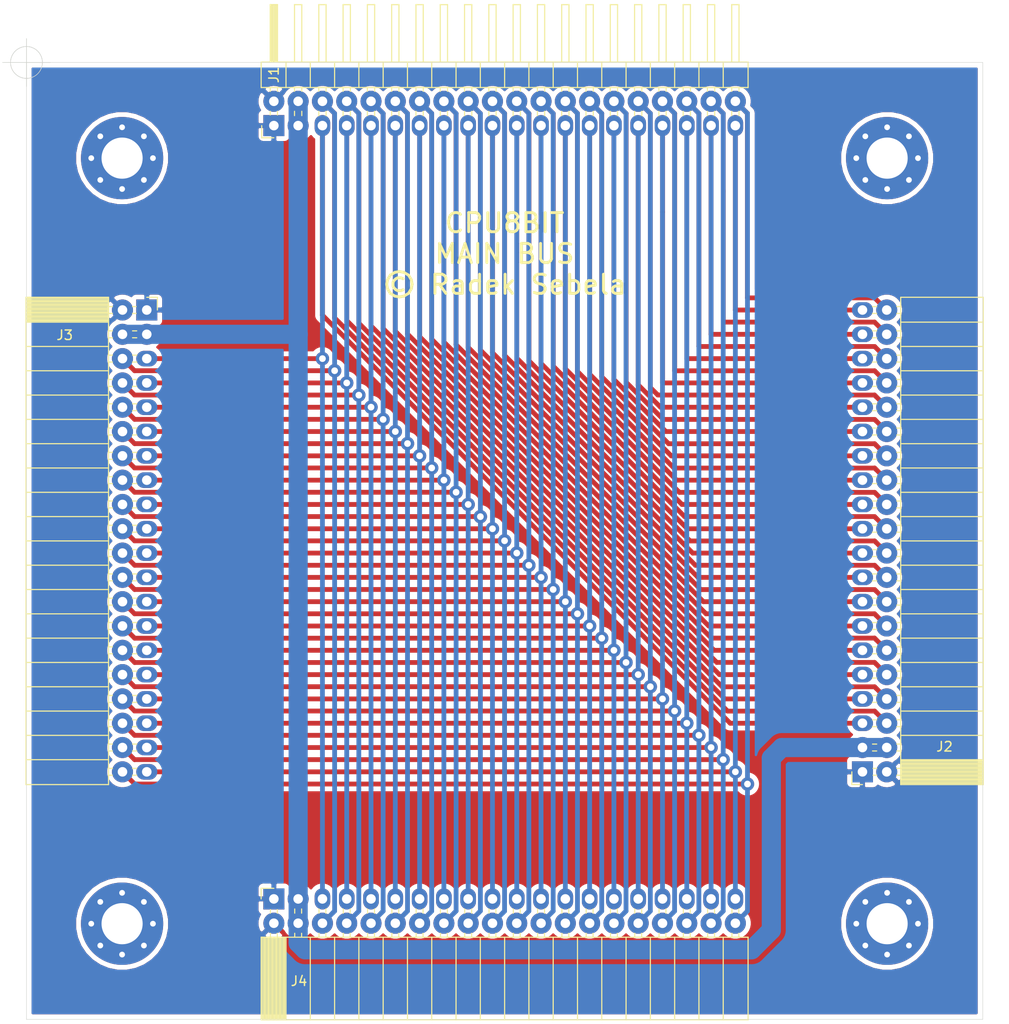
<source format=kicad_pcb>
(kicad_pcb (version 20171130) (host pcbnew "(5.1.5)-3")
  (title_block (title "CPU8BIT MAIN BUS") (rev 1.0) (company "Radek Sebela"))
  (layers (0 F.Cu signal) (31 B.Cu signal) (34 B.Paste user) (35 F.Paste user) (36 B.SilkS user) (37 F.SilkS user) (38 B.Mask user) (39 F.Mask user) (44 Edge.Cuts user))
  (net 0 "")
  (net 1 "Net-(J1-Pad3)")
  (net 2 "Net-(J1-Pad5)")
  (net 3 "Net-(J1-Pad6)")
  (net 4 "Net-(J1-Pad7)")
  (net 5 "Net-(J1-Pad8)")
  (net 6 "Net-(J1-Pad9)")
  (net 7 "Net-(J1-Pad10)")
  (net 8 "Net-(J1-Pad11)")
  (net 9 "Net-(J1-Pad12)")
  (net 10 "Net-(J1-Pad13)")
  (net 11 "Net-(J1-Pad14)")
  (net 12 "Net-(J1-Pad15)")
  (net 13 "Net-(J1-Pad16)")
  (net 14 "Net-(J1-Pad17)")
  (net 15 "Net-(J1-Pad18)")
  (net 16 "Net-(J1-Pad19)")
  (net 17 "Net-(J1-Pad20)")
  (net 18 "Net-(J1-Pad21)")
  (net 19 "Net-(J1-Pad22)")
  (net 20 "Net-(J1-Pad23)")
  (net 21 "Net-(J1-Pad24)")
  (net 22 "Net-(J1-Pad25)")
  (net 23 "Net-(J1-Pad26)")
  (net 24 "Net-(J1-Pad27)")
  (net 25 "Net-(J1-Pad28)")
  (net 26 "Net-(J1-Pad29)")
  (net 27 "Net-(J1-Pad30)")
  (net 28 "Net-(J1-Pad31)")
  (net 29 "Net-(J1-Pad32)")
  (net 30 "Net-(J1-Pad33)")
  (net 31 "Net-(J1-Pad34)")
  (net 32 "Net-(J1-Pad35)")
  (net 33 "Net-(J1-Pad36)")
  (net 34 "Net-(J1-Pad37)")
  (net 35 "Net-(J1-Pad38)")
  (net 36 "Net-(J1-Pad39)")
  (net 37 "Net-(J1-Pad40)")
  (net 38 GND)
  (module MountingHole:MountingHole_4.3mm_M4_Pad_Via (layer F.Cu) (at 190 140)
    (fp_text reference REF** hide)
    (fp_text value MountingHole_4.3mm_M4_Pad_Via)
    (pad 1 thru_hole circle (at 0 0) (size 8.6 8.6) (drill 4.3) (layers *.Cu *.Mask))
    (pad 1 thru_hole circle (at 3.225 0) (size 0.9 0.9) (drill 0.6) (layers *.Cu *.Mask))
    (pad 1 thru_hole circle (at 2.280419 2.280419) (size 0.9 0.9) (drill 0.6) (layers *.Cu *.Mask))
    (pad 1 thru_hole circle (at 0 3.225) (size 0.9 0.9) (drill 0.6) (layers *.Cu *.Mask))
    (pad 1 thru_hole circle (at -2.280419 2.280419) (size 0.9 0.9) (drill 0.6) (layers *.Cu *.Mask))
    (pad 1 thru_hole circle (at -3.225 0) (size 0.9 0.9) (drill 0.6) (layers *.Cu *.Mask))
    (pad 1 thru_hole circle (at -2.280419 -2.280419) (size 0.9 0.9) (drill 0.6) (layers *.Cu *.Mask))
    (pad 1 thru_hole circle (at 0 -3.225) (size 0.9 0.9) (drill 0.6) (layers *.Cu *.Mask))
    (pad 1 thru_hole circle (at 2.280419 -2.280419) (size 0.9 0.9) (drill 0.6) (layers *.Cu *.Mask))
  )
  (module MountingHole:MountingHole_4.3mm_M4_Pad_Via (layer F.Cu) (at 190 60)
    (fp_text reference REF** hide)
    (fp_text value MountingHole_4.3mm_M4_Pad_Via)
    (pad 1 thru_hole circle (at 0 0) (size 8.6 8.6) (drill 4.3) (layers *.Cu *.Mask))
    (pad 1 thru_hole circle (at 3.225 0) (size 0.9 0.9) (drill 0.6) (layers *.Cu *.Mask))
    (pad 1 thru_hole circle (at 2.280419 2.280419) (size 0.9 0.9) (drill 0.6) (layers *.Cu *.Mask))
    (pad 1 thru_hole circle (at 0 3.225) (size 0.9 0.9) (drill 0.6) (layers *.Cu *.Mask))
    (pad 1 thru_hole circle (at -2.280419 2.280419) (size 0.9 0.9) (drill 0.6) (layers *.Cu *.Mask))
    (pad 1 thru_hole circle (at -3.225 0) (size 0.9 0.9) (drill 0.6) (layers *.Cu *.Mask))
    (pad 1 thru_hole circle (at -2.280419 -2.280419) (size 0.9 0.9) (drill 0.6) (layers *.Cu *.Mask))
    (pad 1 thru_hole circle (at 0 -3.225) (size 0.9 0.9) (drill 0.6) (layers *.Cu *.Mask))
    (pad 1 thru_hole circle (at 2.280419 -2.280419) (size 0.9 0.9) (drill 0.6) (layers *.Cu *.Mask))
  )
  (module MountingHole:MountingHole_4.3mm_M4_Pad_Via (layer F.Cu) (at 110 140)
    (fp_text reference REF** hide)
    (fp_text value MountingHole_4.3mm_M4_Pad_Via)
    (pad 1 thru_hole circle (at 2.280419 -2.280419) (size 0.9 0.9) (drill 0.6) (layers *.Cu *.Mask))
    (pad 1 thru_hole circle (at 0 -3.225) (size 0.9 0.9) (drill 0.6) (layers *.Cu *.Mask))
    (pad 1 thru_hole circle (at -2.280419 -2.280419) (size 0.9 0.9) (drill 0.6) (layers *.Cu *.Mask))
    (pad 1 thru_hole circle (at -3.225 0) (size 0.9 0.9) (drill 0.6) (layers *.Cu *.Mask))
    (pad 1 thru_hole circle (at -2.280419 2.280419) (size 0.9 0.9) (drill 0.6) (layers *.Cu *.Mask))
    (pad 1 thru_hole circle (at 0 3.225) (size 0.9 0.9) (drill 0.6) (layers *.Cu *.Mask))
    (pad 1 thru_hole circle (at 2.280419 2.280419) (size 0.9 0.9) (drill 0.6) (layers *.Cu *.Mask))
    (pad 1 thru_hole circle (at 3.225 0) (size 0.9 0.9) (drill 0.6) (layers *.Cu *.Mask))
    (pad 1 thru_hole circle (at 0 0) (size 8.6 8.6) (drill 4.3) (layers *.Cu *.Mask))
  )
  (module MountingHole:MountingHole_4.3mm_M4_Pad_Via (layer F.Cu) (at 110 60)
    (fp_text reference REF** hide)
    (fp_text value MountingHole_4.3mm_M4_Pad_Via)
    (pad 1 thru_hole circle (at 0 0) (size 8.6 8.6) (drill 4.3) (layers *.Cu *.Mask))
    (pad 1 thru_hole circle (at 3.225 0) (size 0.9 0.9) (drill 0.6) (layers *.Cu *.Mask))
    (pad 1 thru_hole circle (at 2.280419 2.280419) (size 0.9 0.9) (drill 0.6) (layers *.Cu *.Mask))
    (pad 1 thru_hole circle (at 0 3.225) (size 0.9 0.9) (drill 0.6) (layers *.Cu *.Mask))
    (pad 1 thru_hole circle (at -2.280419 2.280419) (size 0.9 0.9) (drill 0.6) (layers *.Cu *.Mask))
    (pad 1 thru_hole circle (at -3.225 0) (size 0.9 0.9) (drill 0.6) (layers *.Cu *.Mask))
    (pad 1 thru_hole circle (at -2.280419 -2.280419) (size 0.9 0.9) (drill 0.6) (layers *.Cu *.Mask))
    (pad 1 thru_hole circle (at 0 -3.225) (size 0.9 0.9) (drill 0.6) (layers *.Cu *.Mask))
    (pad 1 thru_hole circle (at 2.280419 -2.280419) (size 0.9 0.9) (drill 0.6) (layers *.Cu *.Mask))
  )
  (module Connector_PinHeader_2.54mm:PinHeader_2x20_P2.54mm_Horizontal (layer F.Cu) (at 125.87 56.6 90)
    (fp_text reference J1 (at 5.3 0 90) (layer F.SilkS))
    (fp_text value Conn_02x20_Odd_Even)
    (pad 40 thru_hole circle (at 2.54 48.26 90) (size 2.2 2.2) (drill 1) (layers *.Cu *.Mask) (net 37 "Net-(J1-Pad40)"))
    (pad 39 thru_hole oval (at 0 48.26 90) (size 2.2 1.63) (drill 1) (layers *.Cu *.Mask) (net 36 "Net-(J1-Pad39)"))
    (pad 38 thru_hole circle (at 2.54 45.72 90) (size 2.2 2.2) (drill 1) (layers *.Cu *.Mask) (net 35 "Net-(J1-Pad38)"))
    (pad 37 thru_hole oval (at 0 45.72 90) (size 2.2 1.63) (drill 1) (layers *.Cu *.Mask) (net 34 "Net-(J1-Pad37)"))
    (pad 36 thru_hole circle (at 2.54 43.18 90) (size 2.2 2.2) (drill 1) (layers *.Cu *.Mask) (net 33 "Net-(J1-Pad36)"))
    (pad 35 thru_hole oval (at 0 43.18 90) (size 2.2 1.63) (drill 1) (layers *.Cu *.Mask) (net 32 "Net-(J1-Pad35)"))
    (pad 34 thru_hole circle (at 2.54 40.64 90) (size 2.2 2.2) (drill 1) (layers *.Cu *.Mask) (net 31 "Net-(J1-Pad34)"))
    (pad 33 thru_hole oval (at 0 40.64 90) (size 2.2 1.63) (drill 1) (layers *.Cu *.Mask) (net 30 "Net-(J1-Pad33)"))
    (pad 32 thru_hole circle (at 2.54 38.1 90) (size 2.2 2.2) (drill 1) (layers *.Cu *.Mask) (net 29 "Net-(J1-Pad32)"))
    (pad 31 thru_hole oval (at 0 38.1 90) (size 2.2 1.63) (drill 1) (layers *.Cu *.Mask) (net 28 "Net-(J1-Pad31)"))
    (pad 30 thru_hole circle (at 2.54 35.56 90) (size 2.2 2.2) (drill 1) (layers *.Cu *.Mask) (net 27 "Net-(J1-Pad30)"))
    (pad 29 thru_hole oval (at 0 35.56 90) (size 2.2 1.63) (drill 1) (layers *.Cu *.Mask) (net 26 "Net-(J1-Pad29)"))
    (pad 28 thru_hole circle (at 2.54 33.02 90) (size 2.2 2.2) (drill 1) (layers *.Cu *.Mask) (net 25 "Net-(J1-Pad28)"))
    (pad 27 thru_hole oval (at 0 33.02 90) (size 2.2 1.63) (drill 1) (layers *.Cu *.Mask) (net 24 "Net-(J1-Pad27)"))
    (pad 26 thru_hole circle (at 2.54 30.48 90) (size 2.2 2.2) (drill 1) (layers *.Cu *.Mask) (net 23 "Net-(J1-Pad26)"))
    (pad 25 thru_hole oval (at 0 30.48 90) (size 2.2 1.63) (drill 1) (layers *.Cu *.Mask) (net 22 "Net-(J1-Pad25)"))
    (pad 24 thru_hole circle (at 2.54 27.94 90) (size 2.2 2.2) (drill 1) (layers *.Cu *.Mask) (net 21 "Net-(J1-Pad24)"))
    (pad 23 thru_hole oval (at 0 27.94 90) (size 2.2 1.63) (drill 1) (layers *.Cu *.Mask) (net 20 "Net-(J1-Pad23)"))
    (pad 22 thru_hole circle (at 2.54 25.4 90) (size 2.2 2.2) (drill 1) (layers *.Cu *.Mask) (net 19 "Net-(J1-Pad22)"))
    (pad 21 thru_hole oval (at 0 25.4 90) (size 2.2 1.63) (drill 1) (layers *.Cu *.Mask) (net 18 "Net-(J1-Pad21)"))
    (pad 20 thru_hole circle (at 2.54 22.86 90) (size 2.2 2.2) (drill 1) (layers *.Cu *.Mask) (net 17 "Net-(J1-Pad20)"))
    (pad 19 thru_hole oval (at 0 22.86 90) (size 2.2 1.63) (drill 1) (layers *.Cu *.Mask) (net 16 "Net-(J1-Pad19)"))
    (pad 18 thru_hole circle (at 2.54 20.32 90) (size 2.2 2.2) (drill 1) (layers *.Cu *.Mask) (net 15 "Net-(J1-Pad18)"))
    (pad 17 thru_hole oval (at 0 20.32 90) (size 2.2 1.63) (drill 1) (layers *.Cu *.Mask) (net 14 "Net-(J1-Pad17)"))
    (pad 16 thru_hole circle (at 2.54 17.78 90) (size 2.2 2.2) (drill 1) (layers *.Cu *.Mask) (net 13 "Net-(J1-Pad16)"))
    (pad 15 thru_hole oval (at 0 17.78 90) (size 2.2 1.63) (drill 1) (layers *.Cu *.Mask) (net 12 "Net-(J1-Pad15)"))
    (pad 14 thru_hole circle (at 2.54 15.24 90) (size 2.2 2.2) (drill 1) (layers *.Cu *.Mask) (net 11 "Net-(J1-Pad14)"))
    (pad 13 thru_hole oval (at 0 15.24 90) (size 2.2 1.63) (drill 1) (layers *.Cu *.Mask) (net 10 "Net-(J1-Pad13)"))
    (pad 12 thru_hole circle (at 2.54 12.7 90) (size 2.2 2.2) (drill 1) (layers *.Cu *.Mask) (net 9 "Net-(J1-Pad12)"))
    (pad 11 thru_hole oval (at 0 12.7 90) (size 2.2 1.63) (drill 1) (layers *.Cu *.Mask) (net 8 "Net-(J1-Pad11)"))
    (pad 10 thru_hole circle (at 2.54 10.16 90) (size 2.2 2.2) (drill 1) (layers *.Cu *.Mask) (net 7 "Net-(J1-Pad10)"))
    (pad 9 thru_hole oval (at 0 10.16 90) (size 2.2 1.63) (drill 1) (layers *.Cu *.Mask) (net 6 "Net-(J1-Pad9)"))
    (pad 8 thru_hole circle (at 2.54 7.62 90) (size 2.2 2.2) (drill 1) (layers *.Cu *.Mask) (net 5 "Net-(J1-Pad8)"))
    (pad 7 thru_hole oval (at 0 7.62 90) (size 2.2 1.63) (drill 1) (layers *.Cu *.Mask) (net 4 "Net-(J1-Pad7)"))
    (pad 6 thru_hole circle (at 2.54 5.08 90) (size 2.2 2.2) (drill 1) (layers *.Cu *.Mask) (net 3 "Net-(J1-Pad6)"))
    (pad 5 thru_hole oval (at 0 5.08 90) (size 2.2 1.63) (drill 1) (layers *.Cu *.Mask) (net 2 "Net-(J1-Pad5)"))
    (pad 4 thru_hole circle (at 2.54 2.54 90) (size 2.2 2.2) (drill 1) (layers *.Cu *.Mask) (net 1 "Net-(J1-Pad3)"))
    (pad 3 thru_hole circle (at 0 2.54 90) (size 2.2 2.2) (drill 1) (layers *.Cu *.Mask) (net 1 "Net-(J1-Pad3)"))
    (pad 2 thru_hole circle (at 2.54 0 90) (size 2.2 2.2) (drill oval 1) (layers *.Cu *.Mask) (net 38 GND))
    (pad 1 thru_hole rect (at 0 0 90) (size 2.2 2.2) (drill 1) (layers *.Cu *.Mask) (net 38 GND))
  )
  (module Connector_PinSocket_2.54mm:PinSocket_2x20_P2.54mm_Horizontal (layer F.Cu) (at 187.42 124.13 180)
    (fp_text reference J2 (at -8.58 2.63) (layer F.SilkS))
    (fp_text value Conn_02x20_Odd_Even)
    (pad 1 thru_hole rect (at 0 0 180) (size 2.2 2.2) (drill 1) (layers *.Cu *.Mask) (net 38 GND))
    (pad 2 thru_hole circle (at -2.54 0 180) (size 2.2 2.2) (drill 1) (layers *.Cu *.Mask) (net 38 GND))
    (pad 3 thru_hole circle (at 0 2.54 180) (size 2.2 2.2) (drill 1) (layers *.Cu *.Mask) (net 1 "Net-(J1-Pad3)"))
    (pad 4 thru_hole circle (at -2.54 2.54 180) (size 2.2 2.2) (drill 1) (layers *.Cu *.Mask) (net 1 "Net-(J1-Pad3)"))
    (pad 5 thru_hole oval (at 0 5.08 180) (size 2.2 1.63) (drill 1) (layers *.Cu *.Mask) (net 2 "Net-(J1-Pad5)"))
    (pad 6 thru_hole circle (at -2.54 5.08 180) (size 2.2 2.2) (drill 1) (layers *.Cu *.Mask) (net 3 "Net-(J1-Pad6)"))
    (pad 7 thru_hole oval (at 0 7.62 180) (size 2.2 1.63) (drill 1) (layers *.Cu *.Mask) (net 4 "Net-(J1-Pad7)"))
    (pad 8 thru_hole circle (at -2.54 7.62 180) (size 2.2 2.2) (drill 1) (layers *.Cu *.Mask) (net 5 "Net-(J1-Pad8)"))
    (pad 9 thru_hole oval (at 0 10.16 180) (size 2.2 1.63) (drill 1) (layers *.Cu *.Mask) (net 6 "Net-(J1-Pad9)"))
    (pad 10 thru_hole circle (at -2.54 10.16 180) (size 2.2 2.2) (drill 1) (layers *.Cu *.Mask) (net 7 "Net-(J1-Pad10)"))
    (pad 11 thru_hole oval (at 0 12.7 180) (size 2.2 1.63) (drill 1) (layers *.Cu *.Mask) (net 8 "Net-(J1-Pad11)"))
    (pad 12 thru_hole circle (at -2.54 12.7 180) (size 2.2 2.2) (drill 1) (layers *.Cu *.Mask) (net 9 "Net-(J1-Pad12)"))
    (pad 13 thru_hole oval (at 0 15.24 180) (size 2.2 1.63) (drill 1) (layers *.Cu *.Mask) (net 10 "Net-(J1-Pad13)"))
    (pad 14 thru_hole circle (at -2.54 15.24 180) (size 2.2 2.2) (drill 1) (layers *.Cu *.Mask) (net 11 "Net-(J1-Pad14)"))
    (pad 15 thru_hole oval (at 0 17.78 180) (size 2.2 1.63) (drill 1) (layers *.Cu *.Mask) (net 12 "Net-(J1-Pad15)"))
    (pad 16 thru_hole circle (at -2.54 17.78 180) (size 2.2 2.2) (drill 1) (layers *.Cu *.Mask) (net 13 "Net-(J1-Pad16)"))
    (pad 17 thru_hole oval (at 0 20.32 180) (size 2.2 1.63) (drill 1) (layers *.Cu *.Mask) (net 14 "Net-(J1-Pad17)"))
    (pad 18 thru_hole circle (at -2.54 20.32 180) (size 2.2 2.2) (drill 1) (layers *.Cu *.Mask) (net 15 "Net-(J1-Pad18)"))
    (pad 19 thru_hole oval (at 0 22.86 180) (size 2.2 1.63) (drill 1) (layers *.Cu *.Mask) (net 16 "Net-(J1-Pad19)"))
    (pad 20 thru_hole circle (at -2.54 22.86 180) (size 2.2 2.2) (drill 1) (layers *.Cu *.Mask) (net 17 "Net-(J1-Pad20)"))
    (pad 21 thru_hole oval (at 0 25.4 180) (size 2.2 1.63) (drill 1) (layers *.Cu *.Mask) (net 18 "Net-(J1-Pad21)"))
    (pad 22 thru_hole circle (at -2.54 25.4 180) (size 2.2 2.2) (drill 1) (layers *.Cu *.Mask) (net 19 "Net-(J1-Pad22)"))
    (pad 23 thru_hole oval (at 0 27.94 180) (size 2.2 1.63) (drill 1) (layers *.Cu *.Mask) (net 20 "Net-(J1-Pad23)"))
    (pad 24 thru_hole circle (at -2.54 27.94 180) (size 2.2 2.2) (drill 1) (layers *.Cu *.Mask) (net 21 "Net-(J1-Pad24)"))
    (pad 25 thru_hole oval (at 0 30.48 180) (size 2.2 1.63) (drill 1) (layers *.Cu *.Mask) (net 22 "Net-(J1-Pad25)"))
    (pad 26 thru_hole circle (at -2.54 30.48 180) (size 2.2 2.2) (drill 1) (layers *.Cu *.Mask) (net 23 "Net-(J1-Pad26)"))
    (pad 27 thru_hole oval (at 0 33.02 180) (size 2.2 1.63) (drill 1) (layers *.Cu *.Mask) (net 24 "Net-(J1-Pad27)"))
    (pad 28 thru_hole circle (at -2.54 33.02 180) (size 2.2 2.2) (drill 1) (layers *.Cu *.Mask) (net 25 "Net-(J1-Pad28)"))
    (pad 29 thru_hole oval (at 0 35.56 180) (size 2.2 1.63) (drill 1) (layers *.Cu *.Mask) (net 26 "Net-(J1-Pad29)"))
    (pad 30 thru_hole circle (at -2.54 35.56 180) (size 2.2 2.2) (drill 1) (layers *.Cu *.Mask) (net 27 "Net-(J1-Pad30)"))
    (pad 31 thru_hole oval (at 0 38.1 180) (size 2.2 1.63) (drill 1) (layers *.Cu *.Mask) (net 28 "Net-(J1-Pad31)"))
    (pad 32 thru_hole circle (at -2.54 38.1 180) (size 2.2 2.2) (drill 1) (layers *.Cu *.Mask) (net 29 "Net-(J1-Pad32)"))
    (pad 33 thru_hole oval (at 0 40.64 180) (size 2.2 1.63) (drill 1) (layers *.Cu *.Mask) (net 30 "Net-(J1-Pad33)"))
    (pad 34 thru_hole circle (at -2.54 40.64 180) (size 2.2 2.2) (drill 1) (layers *.Cu *.Mask) (net 31 "Net-(J1-Pad34)"))
    (pad 35 thru_hole oval (at 0 43.18 180) (size 2.2 1.63) (drill 1) (layers *.Cu *.Mask) (net 32 "Net-(J1-Pad35)"))
    (pad 36 thru_hole circle (at -2.54 43.18 180) (size 2.2 2.2) (drill 1) (layers *.Cu *.Mask) (net 33 "Net-(J1-Pad36)"))
    (pad 37 thru_hole oval (at 0 45.72 180) (size 2.2 1.63) (drill 1) (layers *.Cu *.Mask) (net 34 "Net-(J1-Pad37)"))
    (pad 38 thru_hole circle (at -2.54 45.72 180) (size 2.2 2.2) (drill 1) (layers *.Cu *.Mask) (net 35 "Net-(J1-Pad38)"))
    (pad 39 thru_hole oval (at 0 48.26 180) (size 2.2 1.63) (drill 1) (layers *.Cu *.Mask) (net 36 "Net-(J1-Pad39)"))
    (pad 40 thru_hole circle (at -2.54 48.26 180) (size 2.2 2.2) (drill 1) (layers *.Cu *.Mask) (net 37 "Net-(J1-Pad40)"))
  )
  (module Connector_PinSocket_2.54mm:PinSocket_2x20_P2.54mm_Horizontal (layer F.Cu) (at 112.58 75.87)
    (fp_text reference J3 (at -8.58 2.63) (layer F.SilkS))
    (fp_text value Conn_02x20_Odd_Even)
    (pad 40 thru_hole circle (at -2.54 48.26) (size 2.2 2.2) (drill 1) (layers *.Cu *.Mask) (net 37 "Net-(J1-Pad40)"))
    (pad 39 thru_hole oval (at 0 48.26) (size 2.2 1.63) (drill 1) (layers *.Cu *.Mask) (net 36 "Net-(J1-Pad39)"))
    (pad 38 thru_hole circle (at -2.54 45.72) (size 2.2 2.2) (drill 1) (layers *.Cu *.Mask) (net 35 "Net-(J1-Pad38)"))
    (pad 37 thru_hole oval (at 0 45.72) (size 2.2 1.63) (drill 1) (layers *.Cu *.Mask) (net 34 "Net-(J1-Pad37)"))
    (pad 36 thru_hole circle (at -2.54 43.18) (size 2.2 2.2) (drill 1) (layers *.Cu *.Mask) (net 33 "Net-(J1-Pad36)"))
    (pad 35 thru_hole oval (at 0 43.18) (size 2.2 1.63) (drill 1) (layers *.Cu *.Mask) (net 32 "Net-(J1-Pad35)"))
    (pad 34 thru_hole circle (at -2.54 40.64) (size 2.2 2.2) (drill 1) (layers *.Cu *.Mask) (net 31 "Net-(J1-Pad34)"))
    (pad 33 thru_hole oval (at 0 40.64) (size 2.2 1.63) (drill 1) (layers *.Cu *.Mask) (net 30 "Net-(J1-Pad33)"))
    (pad 32 thru_hole circle (at -2.54 38.1) (size 2.2 2.2) (drill 1) (layers *.Cu *.Mask) (net 29 "Net-(J1-Pad32)"))
    (pad 31 thru_hole oval (at 0 38.1) (size 2.2 1.63) (drill 1) (layers *.Cu *.Mask) (net 28 "Net-(J1-Pad31)"))
    (pad 30 thru_hole circle (at -2.54 35.56) (size 2.2 2.2) (drill 1) (layers *.Cu *.Mask) (net 27 "Net-(J1-Pad30)"))
    (pad 29 thru_hole oval (at 0 35.56) (size 2.2 1.63) (drill 1) (layers *.Cu *.Mask) (net 26 "Net-(J1-Pad29)"))
    (pad 28 thru_hole circle (at -2.54 33.02) (size 2.2 2.2) (drill 1) (layers *.Cu *.Mask) (net 25 "Net-(J1-Pad28)"))
    (pad 27 thru_hole oval (at 0 33.02) (size 2.2 1.63) (drill 1) (layers *.Cu *.Mask) (net 24 "Net-(J1-Pad27)"))
    (pad 26 thru_hole circle (at -2.54 30.48) (size 2.2 2.2) (drill 1) (layers *.Cu *.Mask) (net 23 "Net-(J1-Pad26)"))
    (pad 25 thru_hole oval (at 0 30.48) (size 2.2 1.63) (drill 1) (layers *.Cu *.Mask) (net 22 "Net-(J1-Pad25)"))
    (pad 24 thru_hole circle (at -2.54 27.94) (size 2.2 2.2) (drill 1) (layers *.Cu *.Mask) (net 21 "Net-(J1-Pad24)"))
    (pad 23 thru_hole oval (at 0 27.94) (size 2.2 1.63) (drill 1) (layers *.Cu *.Mask) (net 20 "Net-(J1-Pad23)"))
    (pad 22 thru_hole circle (at -2.54 25.4) (size 2.2 2.2) (drill 1) (layers *.Cu *.Mask) (net 19 "Net-(J1-Pad22)"))
    (pad 21 thru_hole oval (at 0 25.4) (size 2.2 1.63) (drill 1) (layers *.Cu *.Mask) (net 18 "Net-(J1-Pad21)"))
    (pad 20 thru_hole circle (at -2.54 22.86) (size 2.2 2.2) (drill 1) (layers *.Cu *.Mask) (net 17 "Net-(J1-Pad20)"))
    (pad 19 thru_hole oval (at 0 22.86) (size 2.2 1.63) (drill 1) (layers *.Cu *.Mask) (net 16 "Net-(J1-Pad19)"))
    (pad 18 thru_hole circle (at -2.54 20.32) (size 2.2 2.2) (drill 1) (layers *.Cu *.Mask) (net 15 "Net-(J1-Pad18)"))
    (pad 17 thru_hole oval (at 0 20.32) (size 2.2 1.63) (drill 1) (layers *.Cu *.Mask) (net 14 "Net-(J1-Pad17)"))
    (pad 16 thru_hole circle (at -2.54 17.78) (size 2.2 2.2) (drill 1) (layers *.Cu *.Mask) (net 13 "Net-(J1-Pad16)"))
    (pad 15 thru_hole oval (at 0 17.78) (size 2.2 1.63) (drill 1) (layers *.Cu *.Mask) (net 12 "Net-(J1-Pad15)"))
    (pad 14 thru_hole circle (at -2.54 15.24) (size 2.2 2.2) (drill 1) (layers *.Cu *.Mask) (net 11 "Net-(J1-Pad14)"))
    (pad 13 thru_hole oval (at 0 15.24) (size 2.2 1.63) (drill 1) (layers *.Cu *.Mask) (net 10 "Net-(J1-Pad13)"))
    (pad 12 thru_hole circle (at -2.54 12.7) (size 2.2 2.2) (drill 1) (layers *.Cu *.Mask) (net 9 "Net-(J1-Pad12)"))
    (pad 11 thru_hole oval (at 0 12.7) (size 2.2 1.63) (drill 1) (layers *.Cu *.Mask) (net 8 "Net-(J1-Pad11)"))
    (pad 10 thru_hole circle (at -2.54 10.16) (size 2.2 2.2) (drill 1) (layers *.Cu *.Mask) (net 7 "Net-(J1-Pad10)"))
    (pad 9 thru_hole oval (at 0 10.16) (size 2.2 1.63) (drill 1) (layers *.Cu *.Mask) (net 6 "Net-(J1-Pad9)"))
    (pad 8 thru_hole circle (at -2.54 7.62) (size 2.2 2.2) (drill 1) (layers *.Cu *.Mask) (net 5 "Net-(J1-Pad8)"))
    (pad 7 thru_hole oval (at 0 7.62) (size 2.2 1.63) (drill 1) (layers *.Cu *.Mask) (net 4 "Net-(J1-Pad7)"))
    (pad 6 thru_hole circle (at -2.54 5.08) (size 2.2 2.2) (drill 1) (layers *.Cu *.Mask) (net 3 "Net-(J1-Pad6)"))
    (pad 5 thru_hole oval (at 0 5.08) (size 2.2 1.63) (drill 1) (layers *.Cu *.Mask) (net 2 "Net-(J1-Pad5)"))
    (pad 4 thru_hole circle (at -2.54 2.54) (size 2.2 2.2) (drill 1) (layers *.Cu *.Mask) (net 1 "Net-(J1-Pad3)"))
    (pad 3 thru_hole circle (at 0 2.54) (size 2.2 2.2) (drill 1) (layers *.Cu *.Mask) (net 1 "Net-(J1-Pad3)"))
    (pad 2 thru_hole circle (at -2.54 0) (size 2.2 2.2) (drill 1) (layers *.Cu *.Mask) (net 38 GND))
    (pad 1 thru_hole rect (at 0 0) (size 2.2 2.2) (drill 1) (layers *.Cu *.Mask) (net 38 GND))
  )
  (module Connector_PinSocket_2.54mm:PinSocket_2x20_P2.54mm_Horizontal (layer F.Cu) (at 125.87 137.41 90)
    (fp_text reference J4 (at -8.59 2.63) (layer F.SilkS))
    (fp_text value Conn_02x20_Odd_Even)
    (pad 1 thru_hole rect (at 0 0 90) (size 2.2 2.2) (drill 1) (layers *.Cu *.Mask) (net 38 GND))
    (pad 2 thru_hole circle (at -2.54 0 90) (size 2.2 2.2) (drill 1) (layers *.Cu *.Mask) (net 38 GND))
    (pad 3 thru_hole circle (at 0 2.54 90) (size 2.2 2.2) (drill 1) (layers *.Cu *.Mask) (net 1 "Net-(J1-Pad3)"))
    (pad 4 thru_hole circle (at -2.54 2.54 90) (size 2.2 2.2) (drill 1) (layers *.Cu *.Mask) (net 1 "Net-(J1-Pad3)"))
    (pad 5 thru_hole oval (at 0 5.08 90) (size 2.2 1.63) (drill 1) (layers *.Cu *.Mask) (net 2 "Net-(J1-Pad5)"))
    (pad 6 thru_hole circle (at -2.54 5.08 90) (size 2.2 2.2) (drill 1) (layers *.Cu *.Mask) (net 3 "Net-(J1-Pad6)"))
    (pad 7 thru_hole oval (at 0 7.62 90) (size 2.2 1.63) (drill 1) (layers *.Cu *.Mask) (net 4 "Net-(J1-Pad7)"))
    (pad 8 thru_hole circle (at -2.54 7.62 90) (size 2.2 2.2) (drill 1) (layers *.Cu *.Mask) (net 5 "Net-(J1-Pad8)"))
    (pad 9 thru_hole oval (at 0 10.16 90) (size 2.2 1.63) (drill 1) (layers *.Cu *.Mask) (net 6 "Net-(J1-Pad9)"))
    (pad 10 thru_hole circle (at -2.54 10.16 90) (size 2.2 2.2) (drill 1) (layers *.Cu *.Mask) (net 7 "Net-(J1-Pad10)"))
    (pad 11 thru_hole oval (at 0 12.7 90) (size 2.2 1.63) (drill 1) (layers *.Cu *.Mask) (net 8 "Net-(J1-Pad11)"))
    (pad 12 thru_hole circle (at -2.54 12.7 90) (size 2.2 2.2) (drill 1) (layers *.Cu *.Mask) (net 9 "Net-(J1-Pad12)"))
    (pad 13 thru_hole oval (at 0 15.24 90) (size 2.2 1.63) (drill 1) (layers *.Cu *.Mask) (net 10 "Net-(J1-Pad13)"))
    (pad 14 thru_hole circle (at -2.54 15.24 90) (size 2.2 2.2) (drill 1) (layers *.Cu *.Mask) (net 11 "Net-(J1-Pad14)"))
    (pad 15 thru_hole oval (at 0 17.78 90) (size 2.2 1.63) (drill 1) (layers *.Cu *.Mask) (net 12 "Net-(J1-Pad15)"))
    (pad 16 thru_hole circle (at -2.54 17.78 90) (size 2.2 2.2) (drill 1) (layers *.Cu *.Mask) (net 13 "Net-(J1-Pad16)"))
    (pad 17 thru_hole oval (at 0 20.32 90) (size 2.2 1.63) (drill 1) (layers *.Cu *.Mask) (net 14 "Net-(J1-Pad17)"))
    (pad 18 thru_hole circle (at -2.54 20.32 90) (size 2.2 2.2) (drill 1) (layers *.Cu *.Mask) (net 15 "Net-(J1-Pad18)"))
    (pad 19 thru_hole oval (at 0 22.86 90) (size 2.2 1.63) (drill 1) (layers *.Cu *.Mask) (net 16 "Net-(J1-Pad19)"))
    (pad 20 thru_hole circle (at -2.54 22.86 90) (size 2.2 2.2) (drill 1) (layers *.Cu *.Mask) (net 17 "Net-(J1-Pad20)"))
    (pad 21 thru_hole oval (at 0 25.4 90) (size 2.2 1.63) (drill 1) (layers *.Cu *.Mask) (net 18 "Net-(J1-Pad21)"))
    (pad 22 thru_hole circle (at -2.54 25.4 90) (size 2.2 2.2) (drill 1) (layers *.Cu *.Mask) (net 19 "Net-(J1-Pad22)"))
    (pad 23 thru_hole oval (at 0 27.94 90) (size 2.2 1.63) (drill 1) (layers *.Cu *.Mask) (net 20 "Net-(J1-Pad23)"))
    (pad 24 thru_hole circle (at -2.54 27.94 90) (size 2.2 2.2) (drill 1) (layers *.Cu *.Mask) (net 21 "Net-(J1-Pad24)"))
    (pad 25 thru_hole oval (at 0 30.48 90) (size 2.2 1.63) (drill 1) (layers *.Cu *.Mask) (net 22 "Net-(J1-Pad25)"))
    (pad 26 thru_hole circle (at -2.54 30.48 90) (size 2.2 2.2) (drill 1) (layers *.Cu *.Mask) (net 23 "Net-(J1-Pad26)"))
    (pad 27 thru_hole oval (at 0 33.02 90) (size 2.2 1.63) (drill 1) (layers *.Cu *.Mask) (net 24 "Net-(J1-Pad27)"))
    (pad 28 thru_hole circle (at -2.54 33.02 90) (size 2.2 2.2) (drill 1) (layers *.Cu *.Mask) (net 25 "Net-(J1-Pad28)"))
    (pad 29 thru_hole oval (at 0 35.56 90) (size 2.2 1.63) (drill 1) (layers *.Cu *.Mask) (net 26 "Net-(J1-Pad29)"))
    (pad 30 thru_hole circle (at -2.54 35.56 90) (size 2.2 2.2) (drill 1) (layers *.Cu *.Mask) (net 27 "Net-(J1-Pad30)"))
    (pad 31 thru_hole oval (at 0 38.1 90) (size 2.2 1.63) (drill 1) (layers *.Cu *.Mask) (net 28 "Net-(J1-Pad31)"))
    (pad 32 thru_hole circle (at -2.54 38.1 90) (size 2.2 2.2) (drill 1) (layers *.Cu *.Mask) (net 29 "Net-(J1-Pad32)"))
    (pad 33 thru_hole oval (at 0 40.64 90) (size 2.2 1.63) (drill 1) (layers *.Cu *.Mask) (net 30 "Net-(J1-Pad33)"))
    (pad 34 thru_hole circle (at -2.54 40.64 90) (size 2.2 2.2) (drill 1) (layers *.Cu *.Mask) (net 31 "Net-(J1-Pad34)"))
    (pad 35 thru_hole oval (at 0 43.18 90) (size 2.2 1.63) (drill 1) (layers *.Cu *.Mask) (net 32 "Net-(J1-Pad35)"))
    (pad 36 thru_hole circle (at -2.54 43.18 90) (size 2.2 2.2) (drill 1) (layers *.Cu *.Mask) (net 33 "Net-(J1-Pad36)"))
    (pad 37 thru_hole oval (at 0 45.72 90) (size 2.2 1.63) (drill 1) (layers *.Cu *.Mask) (net 34 "Net-(J1-Pad37)"))
    (pad 38 thru_hole circle (at -2.54 45.72 90) (size 2.2 2.2) (drill 1) (layers *.Cu *.Mask) (net 35 "Net-(J1-Pad38)"))
    (pad 39 thru_hole oval (at 0 48.26 90) (size 2.2 1.63) (drill 1) (layers *.Cu *.Mask) (net 36 "Net-(J1-Pad39)"))
    (pad 40 thru_hole circle (at -2.54 48.26 90) (size 2.2 2.2) (drill 1) (layers *.Cu *.Mask) (net 37 "Net-(J1-Pad40)"))
  )
  (gr_text "CPU8BIT\nMAIN BUS\n© Radek Sebela" (at 150 70) (layer F.SilkS) (effects (font (size 2 2) (thickness 0.3))))
  (target plus (at 100 50) (size 5) (width 0.05) (layer Edge.Cuts))
  (target plus (at 100 50) (size 5) (width 0.05) (layer Edge.Cuts))
  (gr_line (start 100 150) (end 100 50) (layer Edge.Cuts) (width 0.05))
  (gr_line (start 200 150) (end 100 150) (layer Edge.Cuts) (width 0.05))
  (gr_line (start 200 50) (end 200 150) (layer Edge.Cuts) (width 0.05))
  (gr_line (start 100 50) (end 200 50) (layer Edge.Cuts) (width 0.05))
  (segment (start 128.41 54.06) (end 128.41 56.6) (width 2) (layer B.Cu) (net 1))
  (segment (start 128.41 137.41) (end 128.41 139.95) (width 2) (layer B.Cu) (net 1))
  (segment (start 128.41 139.95) (end 128.41 142.01) (width 2) (layer B.Cu) (net 1))
  (segment (start 128.41 142.01) (end 129.12 142.72) (width 2) (layer B.Cu) (net 1))
  (segment (start 129.12 142.72) (end 175.84 142.72) (width 2) (layer B.Cu) (net 1))
  (segment (start 175.84 142.72) (end 177.89 140.67) (width 2) (layer B.Cu) (net 1))
  (segment (start 177.89 140.67) (end 177.89 122.69) (width 2) (layer B.Cu) (net 1))
  (segment (start 178.99 121.59) (end 187.42 121.59) (width 2) (layer B.Cu) (net 1))
  (segment (start 177.89 122.69) (end 178.99 121.59) (width 2) (layer B.Cu) (net 1))
  (segment (start 187.42 121.59) (end 189.96 121.59) (width 2) (layer B.Cu) (net 1))
  (segment (start 112.58 78.41) (end 128.41 78.41) (width 2) (layer B.Cu) (net 1))
  (segment (start 128.41 56.6) (end 128.41 78.41) (width 2) (layer B.Cu) (net 1))
  (segment (start 128.41 78.41) (end 128.41 137.41) (width 2) (layer B.Cu) (net 1))
  (segment (start 110.04 78.41) (end 112.58 78.41) (width 2) (layer B.Cu) (net 1))
  (segment (start 130.95 56.6) (end 130.95 80.95) (width 0.5) (layer B.Cu) (net 2))
  (segment (start 130.95 80.95) (end 130.95 137.41) (width 0.5) (layer B.Cu) (net 2))
  (segment (start 187.42 119.05) (end 173.59 119.05) (width 0.5) (layer F.Cu) (net 2))
  (segment (start 130.95 76.41) (end 130.95 56.6) (width 0.5) (layer F.Cu) (net 2))
  (segment (start 173.59 119.05) (end 130.95 76.41) (width 0.5) (layer F.Cu) (net 2))
  (via (at 130.95 80.95) (size 1.4) (drill 0.7) (layers F.Cu B.Cu) (net 2))
  (segment (start 112.58 80.95) (end 130.95 80.95) (width 0.5) (layer F.Cu) (net 2))
  (segment (start 132.049999 138.850001) (end 130.95 139.95) (width 0.5) (layer B.Cu) (net 3))
  (segment (start 132.22499 138.67501) (end 132.049999 138.850001) (width 0.5) (layer B.Cu) (net 3))
  (segment (start 130.95 54.06) (end 132.22499 55.33499) (width 0.5) (layer B.Cu) (net 3))
  (segment (start 132.22499 55.33499) (end 132.22499 82.21501) (width 0.5) (layer B.Cu) (net 3))
  (segment (start 132.22499 82.21501) (end 132.22499 138.67501) (width 0.5) (layer B.Cu) (net 3))
  (segment (start 132.21501 55.32501) (end 132.21501 76.685048) (width 0.5) (layer F.Cu) (net 3))
  (segment (start 130.95 54.06) (end 132.21501 55.32501) (width 0.5) (layer F.Cu) (net 3))
  (segment (start 188.860001 117.950001) (end 189.96 119.05) (width 0.5) (layer F.Cu) (net 3))
  (segment (start 173.314952 117.78499) (end 188.69499 117.78499) (width 0.5) (layer F.Cu) (net 3))
  (segment (start 188.69499 117.78499) (end 188.860001 117.950001) (width 0.5) (layer F.Cu) (net 3))
  (segment (start 132.21501 76.685048) (end 173.314952 117.78499) (width 0.5) (layer F.Cu) (net 3))
  (via (at 132.22499 82.21501) (size 1.4) (drill 0.7) (layers F.Cu B.Cu) (net 3))
  (segment (start 110.04 80.95) (end 111.30501 82.21501) (width 0.5) (layer F.Cu) (net 3))
  (segment (start 111.30501 82.21501) (end 132.22499 82.21501) (width 0.5) (layer F.Cu) (net 3))
  (segment (start 133.49 56.6) (end 133.49 83.49) (width 0.5) (layer B.Cu) (net 4))
  (segment (start 133.49 83.49) (end 133.49 137.41) (width 0.5) (layer B.Cu) (net 4))
  (segment (start 187.42 116.51) (end 173.029924 116.51) (width 0.5) (layer F.Cu) (net 4))
  (segment (start 133.49 76.970076) (end 133.49 56.6) (width 0.5) (layer F.Cu) (net 4))
  (segment (start 173.029924 116.51) (end 133.49 76.970076) (width 0.5) (layer F.Cu) (net 4))
  (via (at 133.49 83.49) (size 1.4) (drill 0.7) (layers F.Cu B.Cu) (net 4))
  (segment (start 112.58 83.49) (end 133.49 83.49) (width 0.5) (layer F.Cu) (net 4))
  (segment (start 134.589999 138.850001) (end 133.49 139.95) (width 0.5) (layer B.Cu) (net 5))
  (segment (start 134.75501 138.68499) (end 134.589999 138.850001) (width 0.5) (layer B.Cu) (net 5))
  (segment (start 133.49 54.06) (end 134.75501 55.32501) (width 0.5) (layer B.Cu) (net 5))
  (segment (start 134.75501 84.76501) (end 134.75501 138.68499) (width 0.5) (layer B.Cu) (net 5))
  (segment (start 134.75501 55.32501) (end 134.75501 84.76501) (width 0.5) (layer B.Cu) (net 5))
  (segment (start 134.76499 55.33499) (end 134.76499 77.255104) (width 0.5) (layer F.Cu) (net 5))
  (segment (start 133.49 54.06) (end 134.76499 55.33499) (width 0.5) (layer F.Cu) (net 5))
  (segment (start 188.860001 115.410001) (end 189.96 116.51) (width 0.5) (layer F.Cu) (net 5))
  (segment (start 188.69499 115.24499) (end 188.860001 115.410001) (width 0.5) (layer F.Cu) (net 5))
  (segment (start 172.754876 115.24499) (end 188.69499 115.24499) (width 0.5) (layer F.Cu) (net 5))
  (segment (start 134.76499 77.255104) (end 172.754876 115.24499) (width 0.5) (layer F.Cu) (net 5))
  (via (at 134.75501 84.76501) (size 1.4) (drill 0.7) (layers F.Cu B.Cu) (net 5))
  (segment (start 134.74501 84.75501) (end 134.75501 84.76501) (width 0.5) (layer F.Cu) (net 5))
  (segment (start 111.30501 84.75501) (end 134.74501 84.75501) (width 0.5) (layer F.Cu) (net 5))
  (segment (start 110.04 83.49) (end 111.30501 84.75501) (width 0.5) (layer F.Cu) (net 5))
  (segment (start 136.03 56.6) (end 136.03 58.2) (width 0.5) (layer B.Cu) (net 6))
  (segment (start 136.03 58.2) (end 136.03 86.02) (width 0.5) (layer B.Cu) (net 6))
  (segment (start 136.03 86.02) (end 136.03 137.41) (width 0.5) (layer B.Cu) (net 6))
  (segment (start 136.03 56.6) (end 136.03 77.530152) (width 0.5) (layer F.Cu) (net 6))
  (segment (start 172.469848 113.97) (end 187.42 113.97) (width 0.5) (layer F.Cu) (net 6))
  (segment (start 136.03 77.530152) (end 172.469848 113.97) (width 0.5) (layer F.Cu) (net 6))
  (via (at 136.03 86.02) (size 1.4) (drill 0.7) (layers F.Cu B.Cu) (net 6))
  (segment (start 112.58 86.03) (end 136.02 86.03) (width 0.5) (layer F.Cu) (net 6))
  (segment (start 136.02 86.03) (end 136.03 86.02) (width 0.5) (layer F.Cu) (net 6))
  (segment (start 137.129999 138.850001) (end 136.03 139.95) (width 0.5) (layer B.Cu) (net 7))
  (segment (start 137.29501 138.68499) (end 137.129999 138.850001) (width 0.5) (layer B.Cu) (net 7))
  (segment (start 136.03 54.06) (end 137.29501 55.32501) (width 0.5) (layer B.Cu) (net 7))
  (segment (start 137.29501 87.30501) (end 137.29501 138.68499) (width 0.5) (layer B.Cu) (net 7))
  (segment (start 137.29501 55.32501) (end 137.29501 87.30501) (width 0.5) (layer B.Cu) (net 7))
  (segment (start 137.29501 55.32501) (end 137.29501 77.8052) (width 0.5) (layer F.Cu) (net 7))
  (segment (start 136.03 54.06) (end 137.29501 55.32501) (width 0.5) (layer F.Cu) (net 7))
  (segment (start 188.860001 112.870001) (end 189.96 113.97) (width 0.5) (layer F.Cu) (net 7))
  (segment (start 188.68501 112.69501) (end 188.860001 112.870001) (width 0.5) (layer F.Cu) (net 7))
  (segment (start 172.18482 112.69501) (end 188.68501 112.69501) (width 0.5) (layer F.Cu) (net 7))
  (segment (start 137.29501 77.8052) (end 172.18482 112.69501) (width 0.5) (layer F.Cu) (net 7))
  (via (at 137.29501 87.30501) (size 1.4) (drill 0.7) (layers F.Cu B.Cu) (net 7))
  (segment (start 137.28501 87.29501) (end 137.29501 87.30501) (width 0.5) (layer F.Cu) (net 7))
  (segment (start 111.30501 87.29501) (end 137.28501 87.29501) (width 0.5) (layer F.Cu) (net 7))
  (segment (start 110.04 86.03) (end 111.30501 87.29501) (width 0.5) (layer F.Cu) (net 7))
  (segment (start 138.57 56.6) (end 138.57 78.090228) (width 0.5) (layer F.Cu) (net 8))
  (segment (start 171.909772 111.43) (end 187.42 111.43) (width 0.5) (layer F.Cu) (net 8))
  (segment (start 138.57 78.090228) (end 171.909772 111.43) (width 0.5) (layer F.Cu) (net 8))
  (via (at 138.57 88.57) (size 1.4) (drill 0.7) (layers F.Cu B.Cu) (net 8))
  (segment (start 112.58 88.57) (end 138.57 88.57) (width 0.5) (layer F.Cu) (net 8))
  (segment (start 138.57 56.6) (end 138.57 88.57) (width 0.5) (layer B.Cu) (net 8))
  (segment (start 138.57 88.57) (end 138.57 137.41) (width 0.5) (layer B.Cu) (net 8))
  (segment (start 139.669999 138.850001) (end 138.57 139.95) (width 0.5) (layer B.Cu) (net 9))
  (segment (start 139.84499 138.67501) (end 139.669999 138.850001) (width 0.5) (layer B.Cu) (net 9))
  (segment (start 138.57 54.06) (end 139.84499 55.33499) (width 0.5) (layer B.Cu) (net 9))
  (segment (start 139.84499 55.33499) (end 139.84499 89.82501) (width 0.5) (layer B.Cu) (net 9))
  (segment (start 139.84499 89.82501) (end 139.84499 138.67501) (width 0.5) (layer B.Cu) (net 9))
  (segment (start 139.84499 55.33499) (end 139.84499 78.375256) (width 0.5) (layer F.Cu) (net 9))
  (segment (start 138.57 54.06) (end 139.84499 55.33499) (width 0.5) (layer F.Cu) (net 9))
  (segment (start 188.860001 110.330001) (end 189.96 111.43) (width 0.5) (layer F.Cu) (net 9))
  (segment (start 171.624744 110.15501) (end 188.68501 110.15501) (width 0.5) (layer F.Cu) (net 9))
  (segment (start 188.68501 110.15501) (end 188.860001 110.330001) (width 0.5) (layer F.Cu) (net 9))
  (segment (start 139.84499 78.375256) (end 171.624744 110.15501) (width 0.5) (layer F.Cu) (net 9))
  (segment (start 139.83499 89.83501) (end 139.84499 89.82501) (width 0.5) (layer F.Cu) (net 9))
  (via (at 139.84499 89.82501) (size 1.4) (drill 0.7) (layers F.Cu B.Cu) (net 9))
  (segment (start 111.30501 89.83501) (end 139.83499 89.83501) (width 0.5) (layer F.Cu) (net 9))
  (segment (start 110.04 88.57) (end 111.30501 89.83501) (width 0.5) (layer F.Cu) (net 9))
  (segment (start 141.11 56.6) (end 141.11 91.11) (width 0.5) (layer B.Cu) (net 10))
  (segment (start 141.11 91.11) (end 141.11 137.41) (width 0.5) (layer B.Cu) (net 10))
  (segment (start 141.11 56.6) (end 141.11 78.650304) (width 0.5) (layer F.Cu) (net 10))
  (segment (start 171.349696 108.89) (end 187.42 108.89) (width 0.5) (layer F.Cu) (net 10))
  (segment (start 141.11 78.650304) (end 171.349696 108.89) (width 0.5) (layer F.Cu) (net 10))
  (segment (start 112.865 91.11) (end 112.897675 91.142675) (width 0.5) (layer F.Cu) (net 10))
  (segment (start 112.58 91.11) (end 112.865 91.11) (width 0.5) (layer F.Cu) (net 10))
  (via (at 141.11 91.11) (size 1.4) (drill 0.7) (layers F.Cu B.Cu) (net 10))
  (segment (start 112.58 91.11) (end 141.11 91.11) (width 0.5) (layer F.Cu) (net 10))
  (segment (start 142.209999 138.850001) (end 141.11 139.95) (width 0.5) (layer B.Cu) (net 11))
  (segment (start 142.37501 138.68499) (end 142.209999 138.850001) (width 0.5) (layer B.Cu) (net 11))
  (segment (start 141.11 54.06) (end 142.37501 55.32501) (width 0.5) (layer B.Cu) (net 11))
  (segment (start 142.37501 92.37499) (end 142.37501 138.68499) (width 0.5) (layer B.Cu) (net 11))
  (segment (start 142.37501 55.32501) (end 142.37501 92.37499) (width 0.5) (layer B.Cu) (net 11))
  (segment (start 142.37501 55.32501) (end 142.37501 78.925352) (width 0.5) (layer F.Cu) (net 11))
  (segment (start 141.11 54.06) (end 142.37501 55.32501) (width 0.5) (layer F.Cu) (net 11))
  (segment (start 188.860001 107.790001) (end 189.96 108.89) (width 0.5) (layer F.Cu) (net 11))
  (segment (start 188.68501 107.61501) (end 188.860001 107.790001) (width 0.5) (layer F.Cu) (net 11))
  (segment (start 171.064668 107.61501) (end 188.68501 107.61501) (width 0.5) (layer F.Cu) (net 11))
  (segment (start 142.37501 78.925352) (end 171.064668 107.61501) (width 0.5) (layer F.Cu) (net 11))
  (via (at 142.37501 92.37499) (size 1.4) (drill 0.7) (layers F.Cu B.Cu) (net 11))
  (segment (start 111.30501 92.37501) (end 142.37499 92.37501) (width 0.5) (layer F.Cu) (net 11))
  (segment (start 142.37499 92.37501) (end 142.37501 92.37499) (width 0.5) (layer F.Cu) (net 11))
  (segment (start 110.04 91.11) (end 111.30501 92.37501) (width 0.5) (layer F.Cu) (net 11))
  (segment (start 143.65 56.6) (end 143.65 93.65) (width 0.5) (layer B.Cu) (net 12))
  (segment (start 143.65 93.65) (end 143.65 137.41) (width 0.5) (layer B.Cu) (net 12))
  (segment (start 143.65 56.6) (end 143.65 79.21038) (width 0.5) (layer F.Cu) (net 12))
  (segment (start 170.78962 106.35) (end 187.42 106.35) (width 0.5) (layer F.Cu) (net 12))
  (segment (start 143.65 79.21038) (end 170.78962 106.35) (width 0.5) (layer F.Cu) (net 12))
  (via (at 143.65 93.65) (size 1.4) (drill 0.7) (layers F.Cu B.Cu) (net 12))
  (segment (start 112.58 93.65) (end 143.65 93.65) (width 0.5) (layer F.Cu) (net 12))
  (segment (start 144.749999 138.850001) (end 143.65 139.95) (width 0.5) (layer B.Cu) (net 13))
  (segment (start 144.92499 138.67501) (end 144.749999 138.850001) (width 0.5) (layer B.Cu) (net 13))
  (segment (start 143.65 54.06) (end 144.92499 55.33499) (width 0.5) (layer B.Cu) (net 13))
  (segment (start 144.92499 55.33499) (end 144.92499 94.91501) (width 0.5) (layer B.Cu) (net 13))
  (segment (start 144.92499 94.91501) (end 144.92499 138.67501) (width 0.5) (layer B.Cu) (net 13))
  (segment (start 144.91501 55.32501) (end 144.91501 79.485428) (width 0.5) (layer F.Cu) (net 13))
  (segment (start 143.65 54.06) (end 144.91501 55.32501) (width 0.5) (layer F.Cu) (net 13))
  (segment (start 188.860001 105.250001) (end 189.96 106.35) (width 0.5) (layer F.Cu) (net 13))
  (segment (start 188.69499 105.08499) (end 188.860001 105.250001) (width 0.5) (layer F.Cu) (net 13))
  (segment (start 170.514572 105.08499) (end 188.69499 105.08499) (width 0.5) (layer F.Cu) (net 13))
  (segment (start 144.91501 79.485428) (end 170.514572 105.08499) (width 0.5) (layer F.Cu) (net 13))
  (segment (start 110.04 93.65) (end 111.30501 94.91501) (width 0.5) (layer F.Cu) (net 13))
  (via (at 144.92499 94.91501) (size 1.4) (drill 0.7) (layers F.Cu B.Cu) (net 13))
  (segment (start 111.30501 94.91501) (end 144.92499 94.91501) (width 0.5) (layer F.Cu) (net 13))
  (segment (start 146.19 56.6) (end 146.19 79.770456) (width 0.5) (layer F.Cu) (net 14))
  (segment (start 170.229544 103.81) (end 187.42 103.81) (width 0.5) (layer F.Cu) (net 14))
  (segment (start 146.19 79.770456) (end 170.229544 103.81) (width 0.5) (layer F.Cu) (net 14))
  (via (at 146.19 96.19) (size 1.4) (drill 0.7) (layers F.Cu B.Cu) (net 14))
  (segment (start 112.58 96.19) (end 146.19 96.19) (width 0.5) (layer F.Cu) (net 14))
  (segment (start 146.19 56.6) (end 146.19 96.19) (width 0.5) (layer B.Cu) (net 14))
  (segment (start 146.19 96.19) (end 146.19 137.41) (width 0.5) (layer B.Cu) (net 14))
  (segment (start 147.289999 138.850001) (end 146.19 139.95) (width 0.5) (layer B.Cu) (net 15))
  (segment (start 147.46499 138.67501) (end 147.289999 138.850001) (width 0.5) (layer B.Cu) (net 15))
  (segment (start 146.19 54.06) (end 147.46499 55.33499) (width 0.5) (layer B.Cu) (net 15))
  (segment (start 147.45501 55.32501) (end 147.45501 80.045504) (width 0.5) (layer F.Cu) (net 15))
  (segment (start 146.19 54.06) (end 147.45501 55.32501) (width 0.5) (layer F.Cu) (net 15))
  (segment (start 188.860001 102.710001) (end 189.96 103.81) (width 0.5) (layer F.Cu) (net 15))
  (segment (start 169.954496 102.54499) (end 188.69499 102.54499) (width 0.5) (layer F.Cu) (net 15))
  (segment (start 188.69499 102.54499) (end 188.860001 102.710001) (width 0.5) (layer F.Cu) (net 15))
  (segment (start 147.45501 80.045504) (end 169.954496 102.54499) (width 0.5) (layer F.Cu) (net 15))
  (via (at 147.46499 97.46501) (size 1.4) (drill 0.7) (layers F.Cu B.Cu) (net 15))
  (segment (start 147.46499 97.46501) (end 147.46499 138.67501) (width 0.5) (layer B.Cu) (net 15))
  (segment (start 147.46499 55.33499) (end 147.46499 97.46501) (width 0.5) (layer B.Cu) (net 15))
  (segment (start 111.30501 97.45501) (end 147.45499 97.45501) (width 0.5) (layer F.Cu) (net 15))
  (segment (start 110.04 96.19) (end 111.30501 97.45501) (width 0.5) (layer F.Cu) (net 15))
  (segment (start 147.45499 97.45501) (end 147.46499 97.46501) (width 0.5) (layer F.Cu) (net 15))
  (segment (start 148.73 56.6) (end 148.73 57.802081) (width 0.5) (layer B.Cu) (net 16))
  (segment (start 148.73 56.6) (end 148.73 80.330532) (width 0.5) (layer F.Cu) (net 16))
  (segment (start 169.669468 101.27) (end 187.42 101.27) (width 0.5) (layer F.Cu) (net 16))
  (segment (start 148.73 80.330532) (end 169.669468 101.27) (width 0.5) (layer F.Cu) (net 16))
  (via (at 148.73 98.73) (size 1.4) (drill 0.7) (layers F.Cu B.Cu) (net 16))
  (segment (start 112.58 98.73) (end 148.73 98.73) (width 0.5) (layer F.Cu) (net 16))
  (segment (start 148.73 57.802081) (end 148.73 98.73) (width 0.5) (layer B.Cu) (net 16))
  (segment (start 148.73 98.73) (end 148.73 137.41) (width 0.5) (layer B.Cu) (net 16))
  (segment (start 149.829999 138.850001) (end 148.73 139.95) (width 0.5) (layer B.Cu) (net 17))
  (segment (start 149.99501 138.68499) (end 149.829999 138.850001) (width 0.5) (layer B.Cu) (net 17))
  (segment (start 148.73 54.06) (end 149.99501 55.32501) (width 0.5) (layer B.Cu) (net 17))
  (segment (start 150.00499 55.33499) (end 150.00499 80.61556) (width 0.5) (layer F.Cu) (net 17))
  (segment (start 148.73 54.06) (end 150.00499 55.33499) (width 0.5) (layer F.Cu) (net 17))
  (segment (start 188.860001 100.170001) (end 189.96 101.27) (width 0.5) (layer F.Cu) (net 17))
  (segment (start 188.69499 100.00499) (end 188.860001 100.170001) (width 0.5) (layer F.Cu) (net 17))
  (segment (start 169.39442 100.00499) (end 188.69499 100.00499) (width 0.5) (layer F.Cu) (net 17))
  (segment (start 150.00499 80.61556) (end 169.39442 100.00499) (width 0.5) (layer F.Cu) (net 17))
  (via (at 149.99501 99.98501) (size 1.4) (drill 0.7) (layers F.Cu B.Cu) (net 17))
  (segment (start 110.04 98.73) (end 111.30501 99.99501) (width 0.5) (layer F.Cu) (net 17))
  (segment (start 111.30501 99.99501) (end 149.98501 99.99501) (width 0.5) (layer F.Cu) (net 17))
  (segment (start 149.99501 99.98501) (end 149.99501 138.68499) (width 0.5) (layer B.Cu) (net 17))
  (segment (start 149.99501 55.32501) (end 149.99501 99.98501) (width 0.5) (layer B.Cu) (net 17))
  (segment (start 149.98501 99.99501) (end 149.99501 99.98501) (width 0.5) (layer F.Cu) (net 17))
  (segment (start 151.27 56.6) (end 151.27 80.890608) (width 0.5) (layer F.Cu) (net 18))
  (segment (start 169.109392 98.73) (end 187.42 98.73) (width 0.5) (layer F.Cu) (net 18))
  (segment (start 151.27 80.890608) (end 169.109392 98.73) (width 0.5) (layer F.Cu) (net 18))
  (segment (start 151.27 56.6) (end 151.27 101.27) (width 0.5) (layer B.Cu) (net 18))
  (via (at 151.27 101.27) (size 1.4) (drill 0.7) (layers F.Cu B.Cu) (net 18))
  (segment (start 112.58 101.27) (end 151.27 101.27) (width 0.5) (layer F.Cu) (net 18))
  (segment (start 151.27 101.27) (end 151.27 137.41) (width 0.5) (layer B.Cu) (net 18))
  (segment (start 152.53501 138.68499) (end 152.369999 138.850001) (width 0.5) (layer B.Cu) (net 19))
  (segment (start 152.369999 138.850001) (end 151.27 139.95) (width 0.5) (layer B.Cu) (net 19))
  (segment (start 151.27 54.06) (end 152.53501 55.32501) (width 0.5) (layer B.Cu) (net 19))
  (segment (start 152.54499 55.33499) (end 152.54499 81.175636) (width 0.5) (layer F.Cu) (net 19))
  (segment (start 151.27 54.06) (end 152.54499 55.33499) (width 0.5) (layer F.Cu) (net 19))
  (segment (start 188.860001 97.630001) (end 189.96 98.73) (width 0.5) (layer F.Cu) (net 19))
  (segment (start 188.68501 97.45501) (end 188.860001 97.630001) (width 0.5) (layer F.Cu) (net 19))
  (segment (start 168.824364 97.45501) (end 188.68501 97.45501) (width 0.5) (layer F.Cu) (net 19))
  (segment (start 152.54499 81.175636) (end 168.824364 97.45501) (width 0.5) (layer F.Cu) (net 19))
  (segment (start 111.31499 102.54499) (end 152.53501 102.54499) (width 0.5) (layer F.Cu) (net 19))
  (segment (start 110.04 101.27) (end 111.31499 102.54499) (width 0.5) (layer F.Cu) (net 19))
  (via (at 152.53501 102.54499) (size 1.4) (drill 0.7) (layers F.Cu B.Cu) (net 19))
  (segment (start 152.53501 55.32501) (end 152.53501 102.54499) (width 0.5) (layer B.Cu) (net 19))
  (segment (start 152.53501 102.54499) (end 152.53501 138.68499) (width 0.5) (layer B.Cu) (net 19))
  (segment (start 153.81 56.6) (end 153.81 57.802081) (width 0.5) (layer B.Cu) (net 20))
  (segment (start 153.81 56.6) (end 153.81 81.450684) (width 0.5) (layer F.Cu) (net 20))
  (segment (start 168.549316 96.19) (end 187.42 96.19) (width 0.5) (layer F.Cu) (net 20))
  (segment (start 153.81 81.450684) (end 168.549316 96.19) (width 0.5) (layer F.Cu) (net 20))
  (segment (start 112.58 103.81) (end 153.81 103.81) (width 0.5) (layer F.Cu) (net 20))
  (segment (start 153.81 57.802081) (end 153.81 103.81) (width 0.5) (layer B.Cu) (net 20))
  (via (at 153.81 103.81) (size 1.4) (drill 0.7) (layers F.Cu B.Cu) (net 20))
  (segment (start 153.81 103.81) (end 153.81 137.41) (width 0.5) (layer B.Cu) (net 20))
  (segment (start 154.909999 138.850001) (end 153.81 139.95) (width 0.5) (layer B.Cu) (net 21))
  (segment (start 155.07501 138.68499) (end 154.909999 138.850001) (width 0.5) (layer B.Cu) (net 21))
  (segment (start 153.81 54.06) (end 155.07501 55.32501) (width 0.5) (layer B.Cu) (net 21))
  (segment (start 155.08499 55.33499) (end 155.08499 81.735712) (width 0.5) (layer F.Cu) (net 21))
  (segment (start 153.81 54.06) (end 155.08499 55.33499) (width 0.5) (layer F.Cu) (net 21))
  (segment (start 188.860001 95.090001) (end 189.96 96.19) (width 0.5) (layer F.Cu) (net 21))
  (segment (start 168.274268 94.92499) (end 188.69499 94.92499) (width 0.5) (layer F.Cu) (net 21))
  (segment (start 188.69499 94.92499) (end 188.860001 95.090001) (width 0.5) (layer F.Cu) (net 21))
  (segment (start 155.08499 81.735712) (end 168.274268 94.92499) (width 0.5) (layer F.Cu) (net 21))
  (segment (start 111.30501 105.07501) (end 155.07501 105.07501) (width 0.5) (layer F.Cu) (net 21))
  (segment (start 110.04 103.81) (end 111.30501 105.07501) (width 0.5) (layer F.Cu) (net 21))
  (segment (start 155.07501 55.32501) (end 155.07501 105.07501) (width 0.5) (layer B.Cu) (net 21))
  (via (at 155.07501 105.07501) (size 1.4) (drill 0.7) (layers F.Cu B.Cu) (net 21))
  (segment (start 155.07501 105.07501) (end 155.07501 138.68499) (width 0.5) (layer B.Cu) (net 21))
  (segment (start 156.35 56.6) (end 156.35 82.01076) (width 0.5) (layer F.Cu) (net 22))
  (segment (start 167.98924 93.65) (end 187.42 93.65) (width 0.5) (layer F.Cu) (net 22))
  (segment (start 156.35 82.01076) (end 167.98924 93.65) (width 0.5) (layer F.Cu) (net 22))
  (via (at 156.35 106.35) (size 1.4) (drill 0.7) (layers F.Cu B.Cu) (net 22))
  (segment (start 112.58 106.35) (end 156.35 106.35) (width 0.5) (layer F.Cu) (net 22))
  (segment (start 156.35 56.6) (end 156.35 106.35) (width 0.5) (layer B.Cu) (net 22))
  (segment (start 156.35 106.35) (end 156.35 137.41) (width 0.5) (layer B.Cu) (net 22))
  (segment (start 157.61501 138.68499) (end 157.449999 138.850001) (width 0.5) (layer B.Cu) (net 23))
  (segment (start 157.449999 138.850001) (end 156.35 139.95) (width 0.5) (layer B.Cu) (net 23))
  (segment (start 156.35 54.06) (end 157.61501 55.32501) (width 0.5) (layer B.Cu) (net 23))
  (segment (start 157.61501 55.32501) (end 157.61501 82.285808) (width 0.5) (layer F.Cu) (net 23))
  (segment (start 156.35 54.06) (end 157.61501 55.32501) (width 0.5) (layer F.Cu) (net 23))
  (segment (start 188.860001 92.550001) (end 189.96 93.65) (width 0.5) (layer F.Cu) (net 23))
  (segment (start 188.69499 92.38499) (end 188.860001 92.550001) (width 0.5) (layer F.Cu) (net 23))
  (segment (start 167.714192 92.38499) (end 188.69499 92.38499) (width 0.5) (layer F.Cu) (net 23))
  (segment (start 157.61501 82.285808) (end 167.714192 92.38499) (width 0.5) (layer F.Cu) (net 23))
  (segment (start 111.30501 107.61501) (end 157.61501 107.61501) (width 0.5) (layer F.Cu) (net 23))
  (segment (start 110.04 106.35) (end 111.30501 107.61501) (width 0.5) (layer F.Cu) (net 23))
  (segment (start 157.61501 55.32501) (end 157.61501 107.61501) (width 0.5) (layer B.Cu) (net 23))
  (via (at 157.61501 107.61501) (size 1.4) (drill 0.7) (layers F.Cu B.Cu) (net 23))
  (segment (start 157.61501 107.61501) (end 157.61501 138.68499) (width 0.5) (layer B.Cu) (net 23))
  (segment (start 158.89 56.6) (end 158.89 82.570836) (width 0.5) (layer F.Cu) (net 24))
  (segment (start 167.429164 91.11) (end 187.42 91.11) (width 0.5) (layer F.Cu) (net 24))
  (segment (start 158.89 82.570836) (end 167.429164 91.11) (width 0.5) (layer F.Cu) (net 24))
  (segment (start 112.58 108.89) (end 158.89 108.89) (width 0.5) (layer F.Cu) (net 24))
  (segment (start 158.89 56.6) (end 158.89 108.89) (width 0.5) (layer B.Cu) (net 24))
  (via (at 158.89 108.89) (size 1.4) (drill 0.7) (layers F.Cu B.Cu) (net 24))
  (segment (start 158.89 108.89) (end 158.89 137.41) (width 0.5) (layer B.Cu) (net 24))
  (segment (start 159.989999 138.850001) (end 158.89 139.95) (width 0.5) (layer B.Cu) (net 25))
  (segment (start 160.15501 138.68499) (end 159.989999 138.850001) (width 0.5) (layer B.Cu) (net 25))
  (segment (start 158.89 54.06) (end 160.15501 55.32501) (width 0.5) (layer B.Cu) (net 25))
  (segment (start 160.15501 55.32501) (end 160.15501 82.845884) (width 0.5) (layer F.Cu) (net 25))
  (segment (start 158.89 54.06) (end 160.15501 55.32501) (width 0.5) (layer F.Cu) (net 25))
  (segment (start 188.860001 90.010001) (end 189.96 91.11) (width 0.5) (layer F.Cu) (net 25))
  (segment (start 188.69499 89.84499) (end 188.860001 90.010001) (width 0.5) (layer F.Cu) (net 25))
  (segment (start 167.154116 89.84499) (end 188.69499 89.84499) (width 0.5) (layer F.Cu) (net 25))
  (segment (start 160.15501 82.845884) (end 167.154116 89.84499) (width 0.5) (layer F.Cu) (net 25))
  (via (at 160.15501 110.16499) (size 1.4) (drill 0.7) (layers F.Cu B.Cu) (net 25))
  (segment (start 110.04 108.89) (end 111.31499 110.16499) (width 0.5) (layer F.Cu) (net 25))
  (segment (start 160.15501 55.32501) (end 160.15501 110.16499) (width 0.5) (layer B.Cu) (net 25))
  (segment (start 111.31499 110.16499) (end 160.15501 110.16499) (width 0.5) (layer F.Cu) (net 25))
  (segment (start 160.15501 110.16499) (end 160.15501 138.68499) (width 0.5) (layer B.Cu) (net 25))
  (segment (start 161.43 56.6) (end 161.43 83.130912) (width 0.5) (layer F.Cu) (net 26))
  (segment (start 166.869088 88.57) (end 187.42 88.57) (width 0.5) (layer F.Cu) (net 26))
  (segment (start 161.43 83.130912) (end 166.869088 88.57) (width 0.5) (layer F.Cu) (net 26))
  (via (at 161.43 111.43) (size 1.4) (drill 0.7) (layers F.Cu B.Cu) (net 26))
  (segment (start 112.58 111.43) (end 161.43 111.43) (width 0.5) (layer F.Cu) (net 26))
  (segment (start 161.43 56.6) (end 161.43 111.43) (width 0.5) (layer B.Cu) (net 26))
  (segment (start 161.43 111.43) (end 161.43 137.41) (width 0.5) (layer B.Cu) (net 26))
  (segment (start 162.69501 138.68499) (end 162.529999 138.850001) (width 0.5) (layer B.Cu) (net 27))
  (segment (start 162.529999 138.850001) (end 161.43 139.95) (width 0.5) (layer B.Cu) (net 27))
  (segment (start 161.43 54.06) (end 162.69501 55.32501) (width 0.5) (layer B.Cu) (net 27))
  (segment (start 161.43 54.06) (end 161.43 54.526006) (width 0.5) (layer F.Cu) (net 27))
  (segment (start 162.70499 55.33499) (end 162.70499 83.41594) (width 0.5) (layer F.Cu) (net 27))
  (segment (start 161.43 54.06) (end 162.70499 55.33499) (width 0.5) (layer F.Cu) (net 27))
  (segment (start 188.860001 87.470001) (end 189.96 88.57) (width 0.5) (layer F.Cu) (net 27))
  (segment (start 188.69499 87.30499) (end 188.860001 87.470001) (width 0.5) (layer F.Cu) (net 27))
  (segment (start 166.59404 87.30499) (end 188.69499 87.30499) (width 0.5) (layer F.Cu) (net 27))
  (segment (start 162.70499 83.41594) (end 166.59404 87.30499) (width 0.5) (layer F.Cu) (net 27))
  (via (at 162.69501 112.70499) (size 1.4) (drill 0.7) (layers F.Cu B.Cu) (net 27))
  (segment (start 111.31499 112.70499) (end 162.69501 112.70499) (width 0.5) (layer F.Cu) (net 27))
  (segment (start 110.04 111.43) (end 111.31499 112.70499) (width 0.5) (layer F.Cu) (net 27))
  (segment (start 162.69501 55.32501) (end 162.69501 112.70499) (width 0.5) (layer B.Cu) (net 27))
  (segment (start 162.69501 112.70499) (end 162.69501 138.68499) (width 0.5) (layer B.Cu) (net 27))
  (segment (start 163.97 56.6) (end 163.97 83.690988) (width 0.5) (layer F.Cu) (net 28))
  (segment (start 166.309012 86.03) (end 187.42 86.03) (width 0.5) (layer F.Cu) (net 28))
  (segment (start 163.97 83.690988) (end 166.309012 86.03) (width 0.5) (layer F.Cu) (net 28))
  (via (at 163.97 113.97) (size 1.4) (drill 0.7) (layers F.Cu B.Cu) (net 28))
  (segment (start 112.58 113.97) (end 163.97 113.97) (width 0.5) (layer F.Cu) (net 28))
  (segment (start 163.97 56.6) (end 163.97 113.97) (width 0.5) (layer B.Cu) (net 28))
  (segment (start 163.97 113.97) (end 163.97 137.41) (width 0.5) (layer B.Cu) (net 28))
  (segment (start 165.23501 138.68499) (end 165.069999 138.850001) (width 0.5) (layer B.Cu) (net 29))
  (segment (start 165.069999 138.850001) (end 163.97 139.95) (width 0.5) (layer B.Cu) (net 29))
  (segment (start 163.97 54.06) (end 165.23501 55.32501) (width 0.5) (layer B.Cu) (net 29))
  (segment (start 165.23501 55.32501) (end 165.23501 83.966036) (width 0.5) (layer F.Cu) (net 29))
  (segment (start 163.97 54.06) (end 165.23501 55.32501) (width 0.5) (layer F.Cu) (net 29))
  (segment (start 188.860001 84.930001) (end 189.96 86.03) (width 0.5) (layer F.Cu) (net 29))
  (segment (start 188.68501 84.75501) (end 188.860001 84.930001) (width 0.5) (layer F.Cu) (net 29))
  (segment (start 166.023984 84.75501) (end 188.68501 84.75501) (width 0.5) (layer F.Cu) (net 29))
  (segment (start 165.23501 83.966036) (end 166.023984 84.75501) (width 0.5) (layer F.Cu) (net 29))
  (segment (start 111.30501 115.23501) (end 165.23501 115.23501) (width 0.5) (layer F.Cu) (net 29))
  (segment (start 110.04 113.97) (end 111.30501 115.23501) (width 0.5) (layer F.Cu) (net 29))
  (via (at 165.23501 115.23501) (size 1.4) (drill 0.7) (layers F.Cu B.Cu) (net 29))
  (segment (start 165.23501 55.32501) (end 165.23501 115.23501) (width 0.5) (layer B.Cu) (net 29))
  (segment (start 165.23501 115.23501) (end 165.23501 138.68499) (width 0.5) (layer B.Cu) (net 29))
  (segment (start 187.42 83.49) (end 166.51 83.49) (width 0.5) (layer F.Cu) (net 30))
  (segment (start 166.51 65.63) (end 166.51 56.6) (width 0.5) (layer F.Cu) (net 30))
  (segment (start 166.51 83.49) (end 166.51 65.63) (width 0.5) (layer F.Cu) (net 30))
  (via (at 166.51 116.51) (size 1.4) (drill 0.7) (layers F.Cu B.Cu) (net 30))
  (segment (start 112.58 116.51) (end 166.51 116.51) (width 0.5) (layer F.Cu) (net 30))
  (segment (start 166.51 56.6) (end 166.51 116.51) (width 0.5) (layer B.Cu) (net 30))
  (segment (start 166.51 116.51) (end 166.51 137.41) (width 0.5) (layer B.Cu) (net 30))
  (segment (start 167.609999 138.850001) (end 166.51 139.95) (width 0.5) (layer B.Cu) (net 31))
  (segment (start 167.77501 138.68499) (end 167.609999 138.850001) (width 0.5) (layer B.Cu) (net 31))
  (segment (start 166.51 54.06) (end 167.77501 55.32501) (width 0.5) (layer B.Cu) (net 31))
  (segment (start 188.69499 82.22499) (end 167.78499 82.22499) (width 0.5) (layer F.Cu) (net 31))
  (segment (start 189.96 83.49) (end 188.69499 82.22499) (width 0.5) (layer F.Cu) (net 31))
  (segment (start 167.78499 55.33499) (end 166.51 54.06) (width 0.5) (layer F.Cu) (net 31))
  (segment (start 167.78499 82.22499) (end 167.78499 55.33499) (width 0.5) (layer F.Cu) (net 31))
  (segment (start 111.30501 117.77501) (end 167.77501 117.77501) (width 0.5) (layer F.Cu) (net 31))
  (segment (start 110.04 116.51) (end 111.30501 117.77501) (width 0.5) (layer F.Cu) (net 31))
  (via (at 167.77501 117.77501) (size 1.4) (drill 0.7) (layers F.Cu B.Cu) (net 31))
  (segment (start 167.77501 55.32501) (end 167.77501 117.77501) (width 0.5) (layer B.Cu) (net 31))
  (segment (start 167.77501 117.77501) (end 167.77501 138.68499) (width 0.5) (layer B.Cu) (net 31))
  (segment (start 187.42 80.95) (end 169.05 80.95) (width 0.5) (layer F.Cu) (net 32))
  (segment (start 169.05 80.95) (end 169.05 56.6) (width 0.5) (layer F.Cu) (net 32))
  (via (at 169.05 119.05) (size 1.4) (drill 0.7) (layers F.Cu B.Cu) (net 32))
  (segment (start 112.58 119.05) (end 169.05 119.05) (width 0.5) (layer F.Cu) (net 32))
  (segment (start 169.05 56.6) (end 169.05 119.05) (width 0.5) (layer B.Cu) (net 32))
  (segment (start 169.05 119.05) (end 169.05 137.41) (width 0.5) (layer B.Cu) (net 32))
  (segment (start 170.149999 138.850001) (end 169.05 139.95) (width 0.5) (layer B.Cu) (net 33))
  (segment (start 170.31501 138.68499) (end 170.149999 138.850001) (width 0.5) (layer B.Cu) (net 33))
  (segment (start 169.05 54.06) (end 170.31501 55.32501) (width 0.5) (layer B.Cu) (net 33))
  (segment (start 188.69499 79.68499) (end 170.32499 79.68499) (width 0.5) (layer F.Cu) (net 33))
  (segment (start 189.96 80.95) (end 188.69499 79.68499) (width 0.5) (layer F.Cu) (net 33))
  (segment (start 170.31501 55.32501) (end 170.149999 55.159999) (width 0.5) (layer F.Cu) (net 33))
  (segment (start 170.31501 79.67501) (end 170.31501 55.32501) (width 0.5) (layer F.Cu) (net 33))
  (segment (start 170.149999 55.159999) (end 169.05 54.06) (width 0.5) (layer F.Cu) (net 33))
  (segment (start 170.32499 79.68499) (end 170.31501 79.67501) (width 0.5) (layer F.Cu) (net 33))
  (via (at 170.31501 120.30501) (size 1.4) (drill 0.7) (layers F.Cu B.Cu) (net 33))
  (segment (start 170.31501 120.30501) (end 170.31501 138.68499) (width 0.5) (layer B.Cu) (net 33))
  (segment (start 110.04 119.05) (end 111.30501 120.31501) (width 0.5) (layer F.Cu) (net 33))
  (segment (start 170.31501 55.32501) (end 170.31501 120.30501) (width 0.5) (layer B.Cu) (net 33))
  (segment (start 111.30501 120.31501) (end 170.30501 120.31501) (width 0.5) (layer F.Cu) (net 33))
  (segment (start 170.30501 120.31501) (end 170.31501 120.30501) (width 0.5) (layer F.Cu) (net 33))
  (segment (start 171.59 78.41) (end 171.59 56.6) (width 0.5) (layer F.Cu) (net 34))
  (segment (start 187.42 78.41) (end 171.59 78.41) (width 0.5) (layer F.Cu) (net 34))
  (segment (start 171.59 56.6) (end 171.59 121.59) (width 0.5) (layer B.Cu) (net 34))
  (via (at 171.59 121.59) (size 1.4) (drill 0.7) (layers F.Cu B.Cu) (net 34))
  (segment (start 112.58 121.59) (end 171.59 121.59) (width 0.5) (layer F.Cu) (net 34))
  (segment (start 171.59 121.59) (end 171.59 137.41) (width 0.5) (layer B.Cu) (net 34))
  (segment (start 172.689999 138.850001) (end 171.59 139.95) (width 0.5) (layer B.Cu) (net 35))
  (segment (start 172.85501 138.68499) (end 172.689999 138.850001) (width 0.5) (layer B.Cu) (net 35))
  (segment (start 171.59 54.06) (end 172.85501 55.32501) (width 0.5) (layer B.Cu) (net 35))
  (segment (start 188.68501 77.13501) (end 172.86501 77.13501) (width 0.5) (layer F.Cu) (net 35))
  (segment (start 189.96 78.41) (end 188.68501 77.13501) (width 0.5) (layer F.Cu) (net 35))
  (segment (start 172.689999 55.159999) (end 171.59 54.06) (width 0.5) (layer F.Cu) (net 35))
  (segment (start 172.85501 55.32501) (end 172.689999 55.159999) (width 0.5) (layer F.Cu) (net 35))
  (segment (start 172.85501 63.42501) (end 172.85501 55.32501) (width 0.5) (layer F.Cu) (net 35))
  (segment (start 172.86501 63.43501) (end 172.85501 63.42501) (width 0.5) (layer F.Cu) (net 35))
  (segment (start 172.86501 77.13501) (end 172.86501 63.43501) (width 0.5) (layer F.Cu) (net 35))
  (via (at 172.85501 122.85499) (size 1.4) (drill 0.7) (layers F.Cu B.Cu) (net 35))
  (segment (start 172.85501 122.85499) (end 172.85501 138.68499) (width 0.5) (layer B.Cu) (net 35))
  (segment (start 110.04 121.59) (end 111.30501 122.85501) (width 0.5) (layer F.Cu) (net 35))
  (segment (start 111.30501 122.85501) (end 172.85499 122.85501) (width 0.5) (layer F.Cu) (net 35))
  (segment (start 172.85501 55.32501) (end 172.85501 122.85499) (width 0.5) (layer B.Cu) (net 35))
  (segment (start 172.85499 122.85501) (end 172.85501 122.85499) (width 0.5) (layer F.Cu) (net 35))
  (segment (start 174.13 55.73) (end 174.13 56.6) (width 0.5) (layer F.Cu) (net 36))
  (segment (start 174.14 75.87) (end 187.42 75.87) (width 0.5) (layer F.Cu) (net 36))
  (segment (start 174.13 56.6) (end 174.13 75.88) (width 0.5) (layer F.Cu) (net 36))
  (segment (start 174.13 75.88) (end 174.14 75.87) (width 0.5) (layer F.Cu) (net 36))
  (via (at 174.13 124.13) (size 1.4) (drill 0.7) (layers F.Cu B.Cu) (net 36))
  (segment (start 112.58 124.13) (end 174.13 124.13) (width 0.5) (layer F.Cu) (net 36))
  (segment (start 174.13 56.6) (end 174.13 124.13) (width 0.5) (layer B.Cu) (net 36))
  (segment (start 174.13 124.13) (end 174.13 137.41) (width 0.5) (layer B.Cu) (net 36))
  (segment (start 175.229999 138.850001) (end 174.13 139.95) (width 0.5) (layer B.Cu) (net 37))
  (segment (start 175.39501 138.68499) (end 175.229999 138.850001) (width 0.5) (layer B.Cu) (net 37))
  (segment (start 174.13 54.06) (end 175.39501 55.32501) (width 0.5) (layer B.Cu) (net 37))
  (segment (start 188.69499 74.60499) (end 175.40499 74.60499) (width 0.5) (layer F.Cu) (net 37))
  (segment (start 189.96 75.87) (end 188.69499 74.60499) (width 0.5) (layer F.Cu) (net 37))
  (segment (start 175.229999 55.159999) (end 174.13 54.06) (width 0.5) (layer F.Cu) (net 37))
  (segment (start 175.39501 55.32501) (end 175.229999 55.159999) (width 0.5) (layer F.Cu) (net 37))
  (segment (start 175.39501 74.59501) (end 175.39501 55.32501) (width 0.5) (layer F.Cu) (net 37))
  (segment (start 175.40499 74.60499) (end 175.39501 74.59501) (width 0.5) (layer F.Cu) (net 37))
  (segment (start 111.31499 125.40499) (end 175.39501 125.40499) (width 0.5) (layer F.Cu) (net 37))
  (segment (start 110.04 124.13) (end 111.31499 125.40499) (width 0.5) (layer F.Cu) (net 37))
  (segment (start 175.39501 55.32501) (end 175.39501 125.40499) (width 0.5) (layer B.Cu) (net 37))
  (segment (start 175.39501 125.40499) (end 175.39501 138.68499) (width 0.5) (layer B.Cu) (net 37))
  (via (at 175.39501 125.40499) (size 1.4) (drill 0.7) (layers F.Cu B.Cu) (net 37))
  (zone (net 38) (net_name GND) (layer F.Cu) (connect_pads (clearance 0.508)) (min_thickness 0.254) (fill yes (arc_segments 32) (thermal_gap 0.508) (thermal_bridge_width 0.508))
    (polygon (pts (xy 200 150) (xy 100 150) (xy 100 50) (xy 200 50)))
  )
  (zone (net 38) (net_name GND) (layer B.Cu) (connect_pads (clearance 0.508)) (min_thickness 0.254) (fill yes (arc_segments 32) (thermal_gap 0.508) (thermal_bridge_width 0.508))
    (polygon (pts (xy 200 150) (xy 100 150) (xy 100 50) (xy 200 50)))
  )
)
</source>
